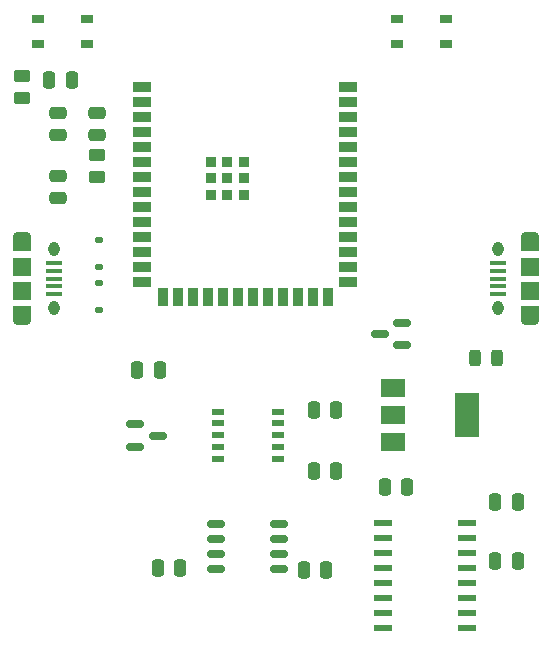
<source format=gbr>
%TF.GenerationSoftware,KiCad,Pcbnew,6.0.9+dfsg-1~bpo11+1*%
%TF.CreationDate,2022-12-22T20:36:38-06:00*%
%TF.ProjectId,CAE32_PCB,43414533-325f-4504-9342-2e6b69636164,rev?*%
%TF.SameCoordinates,Original*%
%TF.FileFunction,Paste,Top*%
%TF.FilePolarity,Positive*%
%FSLAX46Y46*%
G04 Gerber Fmt 4.6, Leading zero omitted, Abs format (unit mm)*
G04 Created by KiCad (PCBNEW 6.0.9+dfsg-1~bpo11+1) date 2022-12-22 20:36:38*
%MOMM*%
%LPD*%
G01*
G04 APERTURE LIST*
G04 Aperture macros list*
%AMRoundRect*
0 Rectangle with rounded corners*
0 $1 Rounding radius*
0 $2 $3 $4 $5 $6 $7 $8 $9 X,Y pos of 4 corners*
0 Add a 4 corners polygon primitive as box body*
4,1,4,$2,$3,$4,$5,$6,$7,$8,$9,$2,$3,0*
0 Add four circle primitives for the rounded corners*
1,1,$1+$1,$2,$3*
1,1,$1+$1,$4,$5*
1,1,$1+$1,$6,$7*
1,1,$1+$1,$8,$9*
0 Add four rect primitives between the rounded corners*
20,1,$1+$1,$2,$3,$4,$5,0*
20,1,$1+$1,$4,$5,$6,$7,0*
20,1,$1+$1,$6,$7,$8,$9,0*
20,1,$1+$1,$8,$9,$2,$3,0*%
G04 Aperture macros list end*
%ADD10RoundRect,0.250000X-0.250000X-0.475000X0.250000X-0.475000X0.250000X0.475000X-0.250000X0.475000X0*%
%ADD11RoundRect,0.150000X-0.587500X-0.150000X0.587500X-0.150000X0.587500X0.150000X-0.587500X0.150000X0*%
%ADD12RoundRect,0.250000X-0.475000X0.250000X-0.475000X-0.250000X0.475000X-0.250000X0.475000X0.250000X0*%
%ADD13RoundRect,0.125000X-0.175000X0.125000X-0.175000X-0.125000X0.175000X-0.125000X0.175000X0.125000X0*%
%ADD14RoundRect,0.250000X0.250000X0.475000X-0.250000X0.475000X-0.250000X-0.475000X0.250000X-0.475000X0*%
%ADD15RoundRect,0.250000X0.450000X-0.262500X0.450000X0.262500X-0.450000X0.262500X-0.450000X-0.262500X0*%
%ADD16O,0.950000X1.250000*%
%ADD17O,1.550000X0.890000*%
%ADD18R,1.350000X0.400000*%
%ADD19R,1.550000X1.500000*%
%ADD20R,1.550000X1.200000*%
%ADD21RoundRect,0.243750X-0.243750X-0.456250X0.243750X-0.456250X0.243750X0.456250X-0.243750X0.456250X0*%
%ADD22R,1.500000X0.600000*%
%ADD23RoundRect,0.250000X-0.450000X0.262500X-0.450000X-0.262500X0.450000X-0.262500X0.450000X0.262500X0*%
%ADD24R,1.500000X0.900000*%
%ADD25R,0.900000X1.500000*%
%ADD26R,0.900000X0.900000*%
%ADD27RoundRect,0.150000X-0.625000X-0.150000X0.625000X-0.150000X0.625000X0.150000X-0.625000X0.150000X0*%
%ADD28R,2.000000X1.500000*%
%ADD29R,2.000000X3.800000*%
%ADD30R,1.100000X0.510000*%
%ADD31RoundRect,0.125000X0.175000X-0.125000X0.175000X0.125000X-0.175000X0.125000X-0.175000X-0.125000X0*%
%ADD32R,1.050000X0.650000*%
%ADD33RoundRect,0.150000X0.587500X0.150000X-0.587500X0.150000X-0.587500X-0.150000X0.587500X-0.150000X0*%
G04 APERTURE END LIST*
D10*
%TO.C,C6*%
X130325000Y-98125000D03*
X132225000Y-98125000D03*
%TD*%
%TO.C,C9*%
X168087000Y-133858000D03*
X169987000Y-133858000D03*
%TD*%
D11*
%TO.C,VR1*%
X137637500Y-127275000D03*
X137637500Y-129175000D03*
X139512500Y-128225000D03*
%TD*%
D12*
%TO.C,C3*%
X131064000Y-100904000D03*
X131064000Y-102804000D03*
%TD*%
D10*
%TO.C,C1*%
X158750000Y-132588000D03*
X160650000Y-132588000D03*
%TD*%
D13*
%TO.C,D1*%
X134550000Y-111650000D03*
X134550000Y-113950000D03*
%TD*%
D14*
%TO.C,C13*%
X153775000Y-139625000D03*
X151875000Y-139625000D03*
%TD*%
D15*
%TO.C,R2*%
X128016000Y-99615000D03*
X128016000Y-97790000D03*
%TD*%
D16*
%TO.C,J4*%
X168349000Y-112450000D03*
X168349000Y-117450000D03*
D17*
X171049000Y-111450000D03*
X171049000Y-118450000D03*
D18*
X168349000Y-116250000D03*
X168349000Y-115600000D03*
X168349000Y-114950000D03*
X168349000Y-114300000D03*
X168349000Y-113650000D03*
D19*
X171049000Y-115950000D03*
D20*
X171049000Y-117850000D03*
X171049000Y-112050000D03*
D19*
X171049000Y-113950000D03*
%TD*%
D12*
%TO.C,C4*%
X134366000Y-100904000D03*
X134366000Y-102804000D03*
%TD*%
D21*
%TO.C,C2*%
X166370000Y-121666000D03*
X168245000Y-121666000D03*
%TD*%
D22*
%TO.C,U2*%
X158629000Y-135636000D03*
X158629000Y-136906000D03*
X158629000Y-138176000D03*
X158629000Y-139446000D03*
X158629000Y-140716000D03*
X158629000Y-141986000D03*
X158629000Y-143256000D03*
X158629000Y-144526000D03*
X165729000Y-144526000D03*
X165729000Y-143256000D03*
X165729000Y-141986000D03*
X165729000Y-140716000D03*
X165729000Y-139446000D03*
X165729000Y-138176000D03*
X165729000Y-136906000D03*
X165729000Y-135636000D03*
%TD*%
D12*
%TO.C,C5*%
X131064000Y-106238000D03*
X131064000Y-108138000D03*
%TD*%
D23*
%TO.C,R1*%
X134366000Y-104497500D03*
X134366000Y-106322500D03*
%TD*%
D10*
%TO.C,C10*%
X168087000Y-138811000D03*
X169987000Y-138811000D03*
%TD*%
D16*
%TO.C,J1*%
X130760000Y-117450000D03*
D17*
X128060000Y-118450000D03*
X128060000Y-111450000D03*
D16*
X130760000Y-112450000D03*
D18*
X130760000Y-113650000D03*
X130760000Y-114300000D03*
X130760000Y-114950000D03*
X130760000Y-115600000D03*
X130760000Y-116250000D03*
D20*
X128060000Y-112050000D03*
X128060000Y-117850000D03*
D19*
X128060000Y-115950000D03*
X128060000Y-113950000D03*
%TD*%
D24*
%TO.C,U1*%
X138175000Y-98740000D03*
X138175000Y-100010000D03*
X138175000Y-101280000D03*
X138175000Y-102550000D03*
X138175000Y-103820000D03*
X138175000Y-105090000D03*
X138175000Y-106360000D03*
X138175000Y-107630000D03*
X138175000Y-108900000D03*
X138175000Y-110170000D03*
X138175000Y-111440000D03*
X138175000Y-112710000D03*
X138175000Y-113980000D03*
X138175000Y-115250000D03*
D25*
X139940000Y-116500000D03*
X141210000Y-116500000D03*
X142480000Y-116500000D03*
X143750000Y-116500000D03*
X145020000Y-116500000D03*
X146290000Y-116500000D03*
X147560000Y-116500000D03*
X148830000Y-116500000D03*
X150100000Y-116500000D03*
X151370000Y-116500000D03*
X152640000Y-116500000D03*
X153910000Y-116500000D03*
D24*
X155675000Y-115250000D03*
X155675000Y-113980000D03*
X155675000Y-112710000D03*
X155675000Y-111440000D03*
X155675000Y-110170000D03*
X155675000Y-108900000D03*
X155675000Y-107630000D03*
X155675000Y-106360000D03*
X155675000Y-105090000D03*
X155675000Y-103820000D03*
X155675000Y-102550000D03*
X155675000Y-101280000D03*
X155675000Y-100010000D03*
X155675000Y-98740000D03*
D26*
X145425000Y-105060000D03*
X144025000Y-106460000D03*
X145425000Y-107860000D03*
X146825000Y-105060000D03*
X144025000Y-107860000D03*
X145425000Y-106460000D03*
X146825000Y-106460000D03*
X146825000Y-107860000D03*
X144025000Y-105060000D03*
%TD*%
D27*
%TO.C,U5*%
X144424800Y-135713400D03*
X144424800Y-136983400D03*
X144424800Y-138253400D03*
X144424800Y-139523400D03*
X149774800Y-139523400D03*
X149774800Y-138253400D03*
X149774800Y-136983400D03*
X149774800Y-135713400D03*
%TD*%
D10*
%TO.C,C11*%
X137800000Y-122650000D03*
X139700000Y-122650000D03*
%TD*%
%TO.C,C7*%
X152738000Y-126041000D03*
X154638000Y-126041000D03*
%TD*%
D28*
%TO.C,U4*%
X159425000Y-124175000D03*
D29*
X165725000Y-126475000D03*
D28*
X159425000Y-126475000D03*
X159425000Y-128775000D03*
%TD*%
D10*
%TO.C,C8*%
X152738000Y-131248000D03*
X154638000Y-131248000D03*
%TD*%
D30*
%TO.C,U3*%
X144600000Y-126200000D03*
X144600000Y-127200000D03*
X144600000Y-128200000D03*
X144600000Y-129200000D03*
X144600000Y-130200000D03*
X149700000Y-130200000D03*
X149700000Y-129200000D03*
X149700000Y-128200000D03*
X149700000Y-127200000D03*
X149700000Y-126200000D03*
%TD*%
D31*
%TO.C,D2*%
X134550000Y-117600000D03*
X134550000Y-115300000D03*
%TD*%
D32*
%TO.C,SW2*%
X159775000Y-92950000D03*
X163925000Y-92950000D03*
X163925000Y-95100000D03*
X159775000Y-95100000D03*
%TD*%
D33*
%TO.C,D3*%
X160195500Y-120584000D03*
X160195500Y-118684000D03*
X158320500Y-119634000D03*
%TD*%
D10*
%TO.C,C12*%
X139545800Y-139472600D03*
X141445800Y-139472600D03*
%TD*%
D32*
%TO.C,SW1*%
X129425000Y-92950000D03*
X133575000Y-92950000D03*
X129425000Y-95100000D03*
X133575000Y-95100000D03*
%TD*%
M02*

</source>
